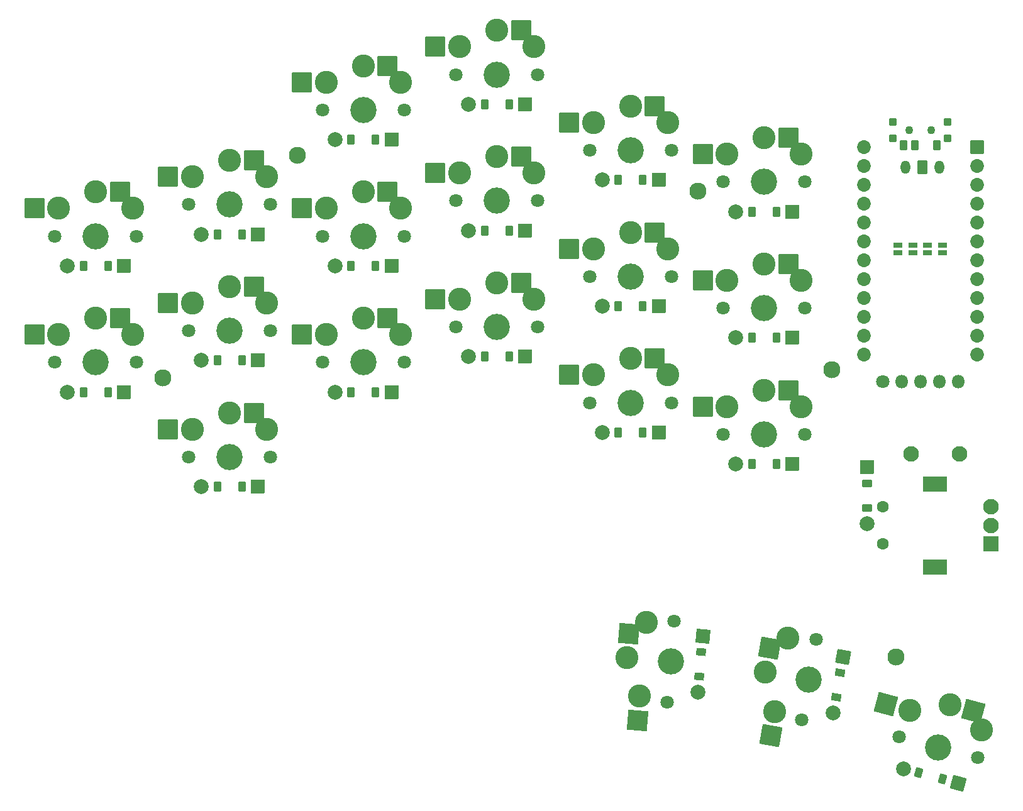
<source format=gbr>
%TF.GenerationSoftware,KiCad,Pcbnew,7.0.1-3b83917a11~171~ubuntu22.04.1*%
%TF.CreationDate,2023-03-24T21:38:12-04:00*%
%TF.ProjectId,whisper,77686973-7065-4722-9e6b-696361645f70,v1.0.0*%
%TF.SameCoordinates,Original*%
%TF.FileFunction,Soldermask,Top*%
%TF.FilePolarity,Negative*%
%FSLAX46Y46*%
G04 Gerber Fmt 4.6, Leading zero omitted, Abs format (unit mm)*
G04 Created by KiCad (PCBNEW 7.0.1-3b83917a11~171~ubuntu22.04.1) date 2023-03-24 21:38:12*
%MOMM*%
%LPD*%
G01*
G04 APERTURE LIST*
G04 Aperture macros list*
%AMRoundRect*
0 Rectangle with rounded corners*
0 $1 Rounding radius*
0 $2 $3 $4 $5 $6 $7 $8 $9 X,Y pos of 4 corners*
0 Add a 4 corners polygon primitive as box body*
4,1,4,$2,$3,$4,$5,$6,$7,$8,$9,$2,$3,0*
0 Add four circle primitives for the rounded corners*
1,1,$1+$1,$2,$3*
1,1,$1+$1,$4,$5*
1,1,$1+$1,$6,$7*
1,1,$1+$1,$8,$9*
0 Add four rect primitives between the rounded corners*
20,1,$1+$1,$2,$3,$4,$5,0*
20,1,$1+$1,$4,$5,$6,$7,0*
20,1,$1+$1,$6,$7,$8,$9,0*
20,1,$1+$1,$8,$9,$2,$3,0*%
G04 Aperture macros list end*
%ADD10RoundRect,0.050000X-0.450000X-0.450000X0.450000X-0.450000X0.450000X0.450000X-0.450000X0.450000X0*%
%ADD11C,1.100000*%
%ADD12RoundRect,0.050000X-0.450000X-0.625000X0.450000X-0.625000X0.450000X0.625000X-0.450000X0.625000X0*%
%ADD13C,1.801800*%
%ADD14C,3.100000*%
%ADD15C,3.529000*%
%ADD16RoundRect,0.050000X1.181751X-1.408356X1.408356X1.181751X-1.181751X1.408356X-1.408356X-1.181751X0*%
%ADD17RoundRect,0.050000X-1.300000X-1.300000X1.300000X-1.300000X1.300000X1.300000X-1.300000X1.300000X0*%
%ADD18RoundRect,0.050000X0.889000X0.889000X-0.889000X0.889000X-0.889000X-0.889000X0.889000X-0.889000X0*%
%ADD19RoundRect,0.050000X0.450000X0.600000X-0.450000X0.600000X-0.450000X-0.600000X0.450000X-0.600000X0*%
%ADD20C,2.005000*%
%ADD21C,2.300000*%
%ADD22RoundRect,0.050000X-0.571500X0.317500X-0.571500X-0.317500X0.571500X-0.317500X0.571500X0.317500X0*%
%ADD23C,1.800000*%
%ADD24O,1.800000X1.800000*%
%ADD25RoundRect,0.050000X-0.876300X0.876300X-0.876300X-0.876300X0.876300X-0.876300X0.876300X0.876300X0*%
%ADD26C,1.852600*%
%ADD27RoundRect,0.050000X-0.808136X0.963099X-0.963099X-0.808136X0.808136X-0.963099X0.963099X0.808136X0*%
%ADD28RoundRect,0.050000X-0.558497X0.500581X-0.636937X-0.395994X0.558497X-0.500581X0.636937X0.395994X0*%
%ADD29RoundRect,0.050000X1.054507X-1.505993X1.505993X1.054507X-1.054507X1.505993X-1.505993X-1.054507X0*%
%ADD30RoundRect,0.050000X-0.721121X1.029867X-1.029867X-0.721121X0.721121X-1.029867X1.029867X0.721121X0*%
%ADD31RoundRect,0.050000X-0.512743X0.547352X-0.669026X-0.338975X0.512743X-0.547352X0.669026X0.338975X0*%
%ADD32RoundRect,0.050000X-0.889000X0.889000X-0.889000X-0.889000X0.889000X-0.889000X0.889000X0.889000X0*%
%ADD33RoundRect,0.050000X-0.600000X0.450000X-0.600000X-0.450000X0.600000X-0.450000X0.600000X0.450000X0*%
%ADD34C,2.100000*%
%ADD35O,1.300000X1.800000*%
%ADD36RoundRect,0.050000X-0.600000X-0.850000X0.600000X-0.850000X0.600000X0.850000X-0.600000X0.850000X0*%
%ADD37RoundRect,0.050000X1.600000X1.000000X-1.600000X1.000000X-1.600000X-1.000000X1.600000X-1.000000X0*%
%ADD38C,1.600000*%
%ADD39RoundRect,0.050000X1.000000X1.000000X-1.000000X1.000000X-1.000000X-1.000000X1.000000X-1.000000X0*%
%ADD40RoundRect,0.050000X-1.592168X-0.919239X0.919239X-1.592168X1.592168X0.919239X-0.919239X1.592168X0*%
%ADD41RoundRect,0.050000X1.088798X0.628618X-0.628618X1.088798X-1.088798X-0.628618X0.628618X-1.088798X0*%
%ADD42RoundRect,0.050000X0.589958X0.463087X-0.279375X0.696024X-0.589958X-0.463087X0.279375X-0.696024X0*%
G04 APERTURE END LIST*
D10*
%TO.C,T1*%
X252691727Y-82731727D03*
X252691727Y-84931727D03*
D11*
X254891727Y-83831727D03*
X257891727Y-83831727D03*
D10*
X260091727Y-82731727D03*
X260091727Y-84931727D03*
D12*
X258641727Y-85906727D03*
X255641727Y-85906727D03*
X254141727Y-85906727D03*
%TD*%
D13*
%TO.C,S18*%
X222312370Y-160910798D03*
D14*
X218620218Y-160085866D03*
X216864369Y-154913150D03*
X216864369Y-154913150D03*
D15*
X222791727Y-155431727D03*
D14*
X219491776Y-150123919D03*
D13*
X223271084Y-149952656D03*
D16*
X217149804Y-151650613D03*
X218334783Y-163348404D03*
%TD*%
D13*
%TO.C,S12*%
X211891727Y-120581727D03*
D14*
X212391727Y-116831727D03*
X217391727Y-114631727D03*
X217391727Y-114631727D03*
D15*
X217391727Y-120581727D03*
D14*
X222391727Y-116831727D03*
D13*
X222891727Y-120581727D03*
D17*
X220666727Y-114631727D03*
X209116727Y-116831727D03*
%TD*%
D18*
%TO.C,D14*%
X221201727Y-90581727D03*
D19*
X219041727Y-90581727D03*
X215741727Y-90581727D03*
D20*
X213581727Y-90581727D03*
%TD*%
D18*
%TO.C,D12*%
X221201727Y-124581727D03*
D19*
X219041727Y-124581727D03*
X215741727Y-124581727D03*
D20*
X213581727Y-124581727D03*
%TD*%
D18*
%TO.C,D9*%
X203201727Y-114381727D03*
D19*
X201041727Y-114381727D03*
X197741727Y-114381727D03*
D20*
X195581727Y-114381727D03*
%TD*%
D18*
%TO.C,D16*%
X239201727Y-111831727D03*
D19*
X237041727Y-111831727D03*
X233741727Y-111831727D03*
D20*
X231581727Y-111831727D03*
%TD*%
D13*
%TO.C,S5*%
X157891727Y-93891727D03*
D14*
X158391727Y-90141727D03*
X163391727Y-87941727D03*
X163391727Y-87941727D03*
D15*
X163391727Y-93891727D03*
D14*
X168391727Y-90141727D03*
D13*
X168891727Y-93891727D03*
D17*
X166666727Y-87941727D03*
X155116727Y-90141727D03*
%TD*%
D13*
%TO.C,S2*%
X139891727Y-98141727D03*
D14*
X140391727Y-94391727D03*
X145391727Y-92191727D03*
X145391727Y-92191727D03*
D15*
X145391727Y-98141727D03*
D14*
X150391727Y-94391727D03*
D13*
X150891727Y-98141727D03*
D17*
X148666727Y-92191727D03*
X137116727Y-94391727D03*
%TD*%
D21*
%TO.C,REF\u002A\u002A*%
X253100000Y-154850000D03*
%TD*%
D18*
%TO.C,D8*%
X185201727Y-85141727D03*
D19*
X183041727Y-85141727D03*
X179741727Y-85141727D03*
D20*
X177581727Y-85141727D03*
%TD*%
D13*
%TO.C,S7*%
X175891727Y-98141727D03*
D14*
X176391727Y-94391727D03*
X181391727Y-92191727D03*
X181391727Y-92191727D03*
D15*
X181391727Y-98141727D03*
D14*
X186391727Y-94391727D03*
D13*
X186891727Y-98141727D03*
D17*
X184666727Y-92191727D03*
X173116727Y-94391727D03*
%TD*%
D18*
%TO.C,D2*%
X149201727Y-102141727D03*
D19*
X147041727Y-102141727D03*
X143741727Y-102141727D03*
D20*
X141581727Y-102141727D03*
%TD*%
D13*
%TO.C,S17*%
X229891727Y-90831727D03*
D14*
X230391727Y-87081727D03*
X235391727Y-84881727D03*
X235391727Y-84881727D03*
D15*
X235391727Y-90831727D03*
D14*
X240391727Y-87081727D03*
D13*
X240891727Y-90831727D03*
D17*
X238666727Y-84881727D03*
X227116727Y-87081727D03*
%TD*%
D22*
%TO.C,J5*%
X255391727Y-99331347D03*
X255391727Y-100332107D03*
%TD*%
D18*
%TO.C,D10*%
X203201727Y-97381727D03*
D19*
X201041727Y-97381727D03*
X197741727Y-97381727D03*
D20*
X195581727Y-97381727D03*
%TD*%
D13*
%TO.C,S10*%
X193891727Y-93381727D03*
D14*
X194391727Y-89631727D03*
X199391727Y-87431727D03*
X199391727Y-87431727D03*
D15*
X199391727Y-93381727D03*
D14*
X204391727Y-89631727D03*
D13*
X204891727Y-93381727D03*
D17*
X202666727Y-87431727D03*
X191116727Y-89631727D03*
%TD*%
D13*
%TO.C,S16*%
X229891727Y-107831727D03*
D14*
X230391727Y-104081727D03*
X235391727Y-101881727D03*
X235391727Y-101881727D03*
D15*
X235391727Y-107831727D03*
D14*
X240391727Y-104081727D03*
D13*
X240891727Y-107831727D03*
D17*
X238666727Y-101881727D03*
X227116727Y-104081727D03*
%TD*%
D21*
%TO.C,REF\u002A\u002A*%
X226450000Y-92100000D03*
%TD*%
D22*
%TO.C,J1*%
X259391727Y-99331347D03*
X259391727Y-100332107D03*
%TD*%
D21*
%TO.C,REF\u002A\u002A*%
X154400000Y-117200000D03*
%TD*%
D18*
%TO.C,D6*%
X185201727Y-119141727D03*
D19*
X183041727Y-119141727D03*
X179741727Y-119141727D03*
D20*
X177581727Y-119141727D03*
%TD*%
D18*
%TO.C,D7*%
X185201727Y-102141727D03*
D19*
X183041727Y-102141727D03*
X179741727Y-102141727D03*
D20*
X177581727Y-102141727D03*
%TD*%
D18*
%TO.C,D15*%
X239201727Y-128831727D03*
D19*
X237041727Y-128831727D03*
X233741727Y-128831727D03*
D20*
X231581727Y-128831727D03*
%TD*%
D18*
%TO.C,D3*%
X167201727Y-131891727D03*
D19*
X165041727Y-131891727D03*
X161741727Y-131891727D03*
D20*
X159581727Y-131891727D03*
%TD*%
D18*
%TO.C,D1*%
X149201727Y-119141727D03*
D19*
X147041727Y-119141727D03*
X143741727Y-119141727D03*
D20*
X141581727Y-119141727D03*
%TD*%
D18*
%TO.C,D5*%
X167201727Y-97891727D03*
D19*
X165041727Y-97891727D03*
X161741727Y-97891727D03*
D20*
X159581727Y-97891727D03*
%TD*%
D13*
%TO.C,S15*%
X229891727Y-124831727D03*
D14*
X230391727Y-121081727D03*
X235391727Y-118881727D03*
X235391727Y-118881727D03*
D15*
X235391727Y-124831727D03*
D14*
X240391727Y-121081727D03*
D13*
X240891727Y-124831727D03*
D17*
X238666727Y-118881727D03*
X227116727Y-121081727D03*
%TD*%
D23*
%TO.C,REF\u002A*%
X251391727Y-117741727D03*
D24*
X253931727Y-117741727D03*
X256471727Y-117741727D03*
X259011727Y-117741727D03*
X261551727Y-117741727D03*
%TD*%
D18*
%TO.C,D13*%
X221201727Y-107581727D03*
D19*
X219041727Y-107581727D03*
X215741727Y-107581727D03*
D20*
X213581727Y-107581727D03*
%TD*%
D21*
%TO.C,REF\u002A\u002A*%
X172550000Y-87250000D03*
%TD*%
D13*
%TO.C,S9*%
X193891727Y-110381727D03*
D14*
X194391727Y-106631727D03*
X199391727Y-104431727D03*
X199391727Y-104431727D03*
D15*
X199391727Y-110381727D03*
D14*
X204391727Y-106631727D03*
D13*
X204891727Y-110381727D03*
D17*
X202666727Y-104431727D03*
X191116727Y-106631727D03*
%TD*%
D13*
%TO.C,S8*%
X175891727Y-81141727D03*
D14*
X176391727Y-77391727D03*
X181391727Y-75191727D03*
X181391727Y-75191727D03*
D15*
X181391727Y-81141727D03*
D14*
X186391727Y-77391727D03*
D13*
X186891727Y-81141727D03*
D17*
X184666727Y-75191727D03*
X173116727Y-77391727D03*
%TD*%
D22*
%TO.C,J3*%
X257391727Y-99331347D03*
X257391727Y-100332107D03*
%TD*%
D25*
%TO.C,MCU1*%
X264081727Y-86133727D03*
D26*
X264081727Y-88673727D03*
X264081727Y-91213727D03*
X264081727Y-93753727D03*
X264081727Y-96293727D03*
X264081727Y-98833727D03*
X264081727Y-101373727D03*
X264081727Y-103913727D03*
X264081727Y-106453727D03*
X264081727Y-108993727D03*
X264081727Y-111533727D03*
X264081727Y-114073727D03*
X248841727Y-86133727D03*
X248841727Y-88673727D03*
X248841727Y-91213727D03*
X248841727Y-93753727D03*
X248841727Y-96293727D03*
X248841727Y-98833727D03*
X248841727Y-101373727D03*
X248841727Y-103913727D03*
X248841727Y-106453727D03*
X248841727Y-108993727D03*
X248841727Y-111533727D03*
X248841727Y-114073727D03*
%TD*%
D13*
%TO.C,S14*%
X211891727Y-86581727D03*
D14*
X212391727Y-82831727D03*
X217391727Y-80631727D03*
X217391727Y-80631727D03*
D15*
X217391727Y-86581727D03*
D14*
X222391727Y-82831727D03*
D13*
X222891727Y-86581727D03*
D17*
X220666727Y-80631727D03*
X209116727Y-82831727D03*
%TD*%
D18*
%TO.C,D4*%
X167201727Y-114891727D03*
D19*
X165041727Y-114891727D03*
X161741727Y-114891727D03*
D20*
X159581727Y-114891727D03*
%TD*%
D27*
%TO.C,D18*%
X227108569Y-151984848D03*
D28*
X226920313Y-154136629D03*
X226632699Y-157424071D03*
D20*
X226444443Y-159575852D03*
%TD*%
D22*
%TO.C,J7*%
X253391727Y-99331347D03*
X253391727Y-100332107D03*
%TD*%
D13*
%TO.C,S19*%
X240444116Y-163297888D03*
D14*
X236837911Y-162154303D03*
X235539575Y-156848238D03*
X235539575Y-156848238D03*
D15*
X241399181Y-157881445D03*
D14*
X238574393Y-152306226D03*
D13*
X242354246Y-152465002D03*
D29*
X236108273Y-153622993D03*
X236269213Y-165379548D03*
%TD*%
D30*
%TO.C,D19*%
X246000012Y-154823920D03*
D31*
X245624931Y-156951105D03*
X245051893Y-160200971D03*
D20*
X244676812Y-162328156D03*
%TD*%
D32*
%TO.C,D21*%
X249280000Y-129250000D03*
D33*
X249280000Y-131410000D03*
X249280000Y-134710000D03*
D20*
X249280000Y-136870000D03*
%TD*%
D21*
%TO.C,REF\u002A\u002A*%
X244500000Y-116150000D03*
%TD*%
D18*
%TO.C,D17*%
X239201727Y-94831727D03*
D19*
X237041727Y-94831727D03*
X233741727Y-94831727D03*
D20*
X231581727Y-94831727D03*
%TD*%
D34*
%TO.C,RSW1*%
X255150000Y-127500000D03*
X261650000Y-127500000D03*
%TD*%
D35*
%TO.C,JST REV1*%
X254441727Y-88831727D03*
D36*
X256691727Y-88831727D03*
D35*
X258941727Y-88831727D03*
%TD*%
D37*
%TO.C,ROT1*%
X258400000Y-142700000D03*
X258400000Y-131500000D03*
D38*
X251400000Y-139600000D03*
X251400000Y-134600000D03*
D39*
X265900000Y-139600000D03*
D34*
X265900000Y-134600000D03*
X265900000Y-137100000D03*
%TD*%
D13*
%TO.C,S11*%
X193891727Y-76381727D03*
D14*
X194391727Y-72631727D03*
X199391727Y-70431727D03*
X199391727Y-70431727D03*
D15*
X199391727Y-76381727D03*
D14*
X204391727Y-72631727D03*
D13*
X204891727Y-76381727D03*
D17*
X202666727Y-70431727D03*
X191116727Y-72631727D03*
%TD*%
D13*
%TO.C,S1*%
X139891727Y-115141727D03*
D14*
X140391727Y-111391727D03*
X145391727Y-109191727D03*
X145391727Y-109191727D03*
D15*
X145391727Y-115141727D03*
D14*
X150391727Y-111391727D03*
D13*
X150891727Y-115141727D03*
D17*
X148666727Y-109191727D03*
X137116727Y-111391727D03*
%TD*%
D13*
%TO.C,S4*%
X157891727Y-110891727D03*
D14*
X158391727Y-107141727D03*
X163391727Y-104941727D03*
X163391727Y-104941727D03*
D15*
X163391727Y-110891727D03*
D14*
X168391727Y-107141727D03*
D13*
X168891727Y-110891727D03*
D17*
X166666727Y-104941727D03*
X155116727Y-107141727D03*
%TD*%
D13*
%TO.C,S20*%
X253524123Y-165542602D03*
D14*
X254977657Y-162049790D03*
X260376688Y-161218848D03*
X260376688Y-161218848D03*
D15*
X258836715Y-166966107D03*
D14*
X264636916Y-164637980D03*
D13*
X264149307Y-168389612D03*
D40*
X263540095Y-162066481D03*
X251814250Y-161202158D03*
%TD*%
D13*
%TO.C,S3*%
X157891727Y-127891727D03*
D14*
X158391727Y-124141727D03*
X163391727Y-121941727D03*
X163391727Y-121941727D03*
D15*
X163391727Y-127891727D03*
D14*
X168391727Y-124141727D03*
D13*
X168891727Y-127891727D03*
D17*
X166666727Y-121941727D03*
X155116727Y-124141727D03*
%TD*%
D13*
%TO.C,S13*%
X211891727Y-103581727D03*
D14*
X212391727Y-99831727D03*
X217391727Y-97631727D03*
X217391727Y-97631727D03*
D15*
X217391727Y-103581727D03*
D14*
X222391727Y-99831727D03*
D13*
X222891727Y-103581727D03*
D17*
X220666727Y-97631727D03*
X209116727Y-99831727D03*
%TD*%
D18*
%TO.C,D11*%
X203201727Y-80381727D03*
D19*
X201041727Y-80381727D03*
X197741727Y-80381727D03*
D20*
X195581727Y-80381727D03*
%TD*%
D41*
%TO.C,D20*%
X261481616Y-171815911D03*
D42*
X259395217Y-171256861D03*
X256207661Y-170402759D03*
D20*
X254121262Y-169843709D03*
%TD*%
D13*
%TO.C,S6*%
X175891727Y-115141727D03*
D14*
X176391727Y-111391727D03*
X181391727Y-109191727D03*
X181391727Y-109191727D03*
D15*
X181391727Y-115141727D03*
D14*
X186391727Y-111391727D03*
D13*
X186891727Y-115141727D03*
D17*
X184666727Y-109191727D03*
X173116727Y-111391727D03*
%TD*%
M02*

</source>
